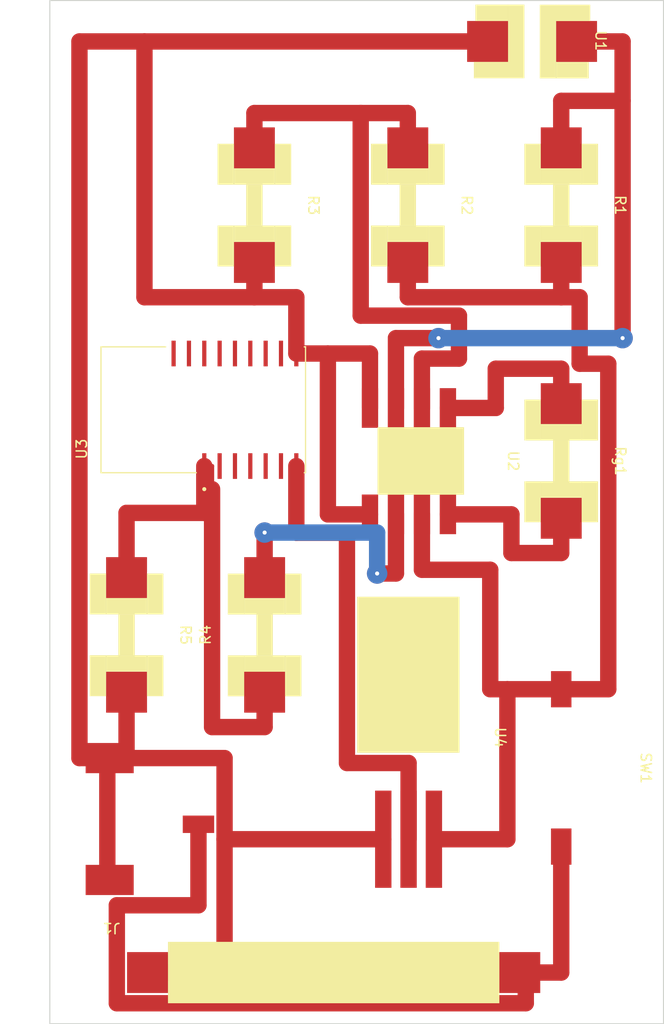
<source format=kicad_pcb>
(kicad_pcb (version 20211014) (generator pcbnew)
  (layers (0 "F.Cu" signal) (31 "B.Cu" signal) (34 "B.Paste" user) (35 "F.Paste" user) (36 "B.SilkS" user "B.Silkscreen") (37 "F.SilkS" user "F.Silkscreen") (38 "B.Mask" user) (39 "F.Mask" user) (44 "Edge.Cuts" user))
  (net 0 "")
  (net 1 "Net-(BT1-Pad1)")
  (net 2 "Net-(BT1-Pad2)")
  (net 3 "Net-(R1-Pad1)")
  (net 4 "Net-(R1-Pad2)")
  (net 5 "Net-(R2-Pad1)")
  (net 6 "Net-(R4-Pad1)")
  (net 7 "Net-(R4-Pad2)")
  (net 8 "Net-(Rg1-Pad1)")
  (net 9 "Net-(Rg1-Pad2)")
  (net 10 "Net-(U3-Pad7)")
  (footprint "wave_gen" (layer "F.Cu") (at 47.15 -96 -90)
    (fp_text reference "U1" (at -0.08 -6.71 -90 unlocked) (layer "F.SilkS"))
    (fp_text value "for_thing")
    (fp_rect (start 3.61 -0.75) (end -3.59 -2.35) (layer "F.SilkS") (width 0.0001) (fill solid))
    (fp_rect (start -3.59 -2.34) (end -1.99 -5.69) (layer "F.SilkS") (width 0.0001) (fill solid))
    (fp_rect (start -2 2.35) (end -3.6 5.54) (layer "F.SilkS") (width 0.0001) (fill solid))
    (fp_rect (start -3.6 0.75) (end 3.6 2.35) (layer "F.SilkS") (width 0.0001) (fill solid))
    (fp_rect (start 2.01 -2.35) (end 3.61 -5.54) (layer "F.SilkS") (width 0.0001) (fill solid))
    (fp_rect (start 3.6 2.34) (end 2 5.69) (layer "F.SilkS") (width 0.0001) (fill solid))
    (pad "1" smd rect (at 0 4.35 270) (size 4 4) (layers "F.Cu" "F.Paste" "F.Mask") (net 2 "Net-(BT1-Pad2)"))
    (pad "2" smd rect (at 0 -4.35 90) (size 4 4) (layers "F.Cu" "F.Paste" "F.Mask") (net 3 "Net-(R1-Pad1)"))
  )
  (footprint "switch" (layer "F.Cu") (at 50 -25 -90)
    (fp_text reference "SW1" (at 0.02 -8.28 -90 unlocked) (layer "F.SilkS"))
    (fp_text value "switch")
    (fp_rect (start -5.95 4.1) (end 5.95 -4.1) (layer "F.SilkS") (width 0.001) (fill none))
    (pad "1" smd rect (at -7.69 0 270) (size 3.54 2) (layers "F.Cu" "F.Paste" "F.Mask") (net 4 "Net-(R1-Pad2)"))
    (pad "2" smd rect (at 7.69 0 270) (size 3.54 2) (layers "F.Cu" "F.Paste" "F.Mask") (net 1 "Net-(BT1-Pad1)"))
  )
  (footprint "TPU" (layer "F.Cu") (at 21 -38 90)
    (fp_text reference "R4" (at 0 -5.78 90 unlocked) (layer "F.SilkS"))
    (fp_text value "TPU")
    (fp_rect (start -2 -0.8) (end 2 0.8) (layer "F.SilkS") (width 0.0001) (fill solid))
    (fp_rect (start -3.6 -2) (end -2 2) (layer "F.SilkS") (width 0.0001) (fill solid))
    (fp_rect (start -6 2) (end -2 3.6) (layer "F.SilkS") (width 0.0001) (fill solid))
    (fp_rect (start 1.99 -3.6) (end 5.99 -2) (layer "F.SilkS") (width 0.0001) (fill solid))
    (fp_rect (start 1.99 -2) (end 3.59 2) (layer "F.SilkS") (width 0.0001) (fill solid))
    (fp_rect (start -6 -3.6) (end -2 -2) (layer "F.SilkS") (width 0.0001) (fill solid))
    (fp_rect (start 1.99 2) (end 5.99 3.6) (layer "F.SilkS") (width 0.0001) (fill solid))
    (pad "1" smd rect (at -5.6 0 90) (size 4 4) (layers "F.Cu" "F.Paste" "F.Mask") (net 6 "Net-(R4-Pad1)"))
    (pad "2" smd rect (at 5.6 0 90) (size 4 4) (layers "F.Cu" "F.Paste" "F.Mask") (net 7 "Net-(R4-Pad2)"))
  )
  (footprint "TPU" (layer "F.Cu") (at 50 -55 -90)
    (fp_text reference "Rg1" (at 0 -5.78 -90 unlocked) (layer "F.SilkS"))
    (fp_text value "TPU")
    (fp_rect (start 1.99 -3.6) (end 5.99 -2) (layer "F.SilkS") (width 0.0001) (fill solid))
    (fp_rect (start -6 -3.6) (end -2 -2) (layer "F.SilkS") (width 0.0001) (fill solid))
    (fp_rect (start -6 2) (end -2 3.6) (layer "F.SilkS") (width 0.0001) (fill solid))
    (fp_rect (start 1.99 -2) (end 3.59 2) (layer "F.SilkS") (width 0.0001) (fill solid))
    (fp_rect (start -2 -0.8) (end 2 0.8) (layer "F.SilkS") (width 0.0001) (fill solid))
    (fp_rect (start -3.6 -2) (end -2 2) (layer "F.SilkS") (width 0.0001) (fill solid))
    (fp_rect (start 1.99 2) (end 5.99 3.6) (layer "F.SilkS") (width 0.0001) (fill solid))
    (pad "1" smd rect (at -5.6 0 270) (size 4 4) (layers "F.Cu" "F.Paste" "F.Mask") (net 8 "Net-(Rg1-Pad1)"))
    (pad "2" smd rect (at 5.6 0 270) (size 4 4) (layers "F.Cu" "F.Paste" "F.Mask") (net 9 "Net-(Rg1-Pad2)"))
  )
  (footprint "TPU" (layer "F.Cu") (at 20 -80 -90)
    (fp_text reference "R3" (at 0 -5.78 -90 unlocked) (layer "F.SilkS"))
    (fp_text value "TPU")
    (fp_rect (start 1.99 -2) (end 3.59 2) (layer "F.SilkS") (width 0.0001) (fill solid))
    (fp_rect (start 1.99 2) (end 5.99 3.6) (layer "F.SilkS") (width 0.0001) (fill solid))
    (fp_rect (start -3.6 -2) (end -2 2) (layer "F.SilkS") (width 0.0001) (fill solid))
    (fp_rect (start 1.99 -3.6) (end 5.99 -2) (layer "F.SilkS") (width 0.0001) (fill solid))
    (fp_rect (start -6 2) (end -2 3.6) (layer "F.SilkS") (width 0.0001) (fill solid))
    (fp_rect (start -2 -0.8) (end 2 0.8) (layer "F.SilkS") (width 0.0001) (fill solid))
    (fp_rect (start -6 -3.6) (end -2 -2) (layer "F.SilkS") (width 0.0001) (fill solid))
    (pad "1" smd rect (at -5.6 0 270) (size 4 4) (layers "F.Cu" "F.Paste" "F.Mask") (net 5 "Net-(R2-Pad1)"))
    (pad "2" smd rect (at 5.6 0 270) (size 4 4) (layers "F.Cu" "F.Paste" "F.Mask") (net 2 "Net-(BT1-Pad2)"))
  )
  (footprint "TPU" (layer "F.Cu") (at 35 -80 -90)
    (fp_text reference "R2" (at 0 -5.78 -90 unlocked) (layer "F.SilkS"))
    (fp_text value "TPU")
    (fp_rect (start -6 -3.6) (end -2 -2) (layer "F.SilkS") (width 0.0001) (fill solid))
    (fp_rect (start 1.99 2) (end 5.99 3.6) (layer "F.SilkS") (width 0.0001) (fill solid))
    (fp_rect (start -2 -0.8) (end 2 0.8) (layer "F.SilkS") (width 0.0001) (fill solid))
    (fp_rect (start -6 2) (end -2 3.6) (layer "F.SilkS") (width 0.0001) (fill solid))
    (fp_rect (start 1.99 -3.6) (end 5.99 -2) (layer "F.SilkS") (width 0.0001) (fill solid))
    (fp_rect (start -3.6 -2) (end -2 2) (layer "F.SilkS") (width 0.0001) (fill solid))
    (fp_rect (start 1.99 -2) (end 3.59 2) (layer "F.SilkS") (width 0.0001) (fill solid))
    (pad "1" smd rect (at -5.6 0 270) (size 4 4) (layers "F.Cu" "F.Paste" "F.Mask") (net 5 "Net-(R2-Pad1)"))
    (pad "2" smd rect (at 5.6 0 270) (size 4 4) (layers "F.Cu" "F.Paste" "F.Mask") (net 4 "Net-(R1-Pad2)"))
  )
  (footprint "charge_port" (layer "F.Cu") (at 6 -20 180)
    (fp_text reference "J1" (at -0.04 -10.66 180 unlocked) (layer "F.SilkS"))
    (fp_text value "charge_port")
    (fp_rect (start -7 -4.48) (end 7 4.48) (layer "F.SilkS") (width 0.0001) (fill none))
    (pad "1" smd rect (at -8.53 -0.51) (size 3.07 1.7) (layers "F.Cu" "F.Paste" "F.Mask") (net 1 "Net-(BT1-Pad1)"))
    (pad "2" smd rect (at 0.15 5.96) (size 4.7 2.95) (layers "F.Cu" "F.Paste" "F.Mask") (net 2 "Net-(BT1-Pad2)"))
    (pad "3" smd rect (at 0.15 -5.95) (size 4.7 2.95) (layers "F.Cu" "F.Paste" "F.Mask") (net 2 "Net-(BT1-Pad2)"))
  )
  (footprint "TPU" (layer "F.Cu") (at 50 -80 -90)
    (fp_text reference "R1" (at 0 -5.78 -90 unlocked) (layer "F.SilkS"))
    (fp_text value "TPU")
    (fp_rect (start 1.99 -3.6) (end 5.99 -2) (layer "F.SilkS") (width 0.0001) (fill solid))
    (fp_rect (start -6 2) (end -2 3.6) (layer "F.SilkS") (width 0.0001) (fill solid))
    (fp_rect (start 1.99 2) (end 5.99 3.6) (layer "F.SilkS") (width 0.0001) (fill solid))
    (fp_rect (start -2 -0.8) (end 2 0.8) (layer "F.SilkS") (width 0.0001) (fill solid))
    (fp_rect (start 1.99 -2) (end 3.59 2) (layer "F.SilkS") (width 0.0001) (fill solid))
    (fp_rect (start -6 -3.6) (end -2 -2) (layer "F.SilkS") (width 0.0001) (fill solid))
    (fp_rect (start -3.6 -2) (end -2 2) (layer "F.SilkS") (width 0.0001) (fill solid))
    (pad "1" smd rect (at -5.6 0 270) (size 4 4) (layers "F.Cu" "F.Paste" "F.Mask") (net 3 "Net-(R1-Pad1)"))
    (pad "2" smd rect (at 5.6 0 270) (size 4 4) (layers "F.Cu" "F.Paste" "F.Mask") (net 4 "Net-(R1-Pad2)"))
  )
  (footprint "custom_lf356" (layer "F.Cu") (at 35 -55 -90)
    (fp_text reference "U2" (at 0 -10.31 -90 unlocked) (layer "F.SilkS"))
    (fp_text value "dummy_lf356")
    (fp_rect (start -3.3 -5.5) (end 3.3 2.96) (layer "F.SilkS") (width 0.0001) (fill solid))
    (pad "1" smd rect (at -5.1775 -3.92 270) (size 3.875 1.6) (layers "F.Cu" "F.Paste" "F.Mask") (net 8 "Net-(Rg1-Pad1)"))
    (pad "2" smd rect (at -5.1775 -1.38 270) (size 3.875 1.6) (layers "F.Cu" "F.Paste" "F.Mask") (net 5 "Net-(R2-Pad1)"))
    (pad "3" smd rect (at -5.1775 1.16 270) (size 3.875 1.6) (layers "F.Cu" "F.Paste" "F.Mask") (net 3 "Net-(R1-Pad1)"))
    (pad "4" smd rect (at -5.1775 3.7 270) (size 3.875 1.6) (layers "F.Cu" "F.Paste" "F.Mask") (net 2 "Net-(BT1-Pad2)"))
    (pad "5" smd rect (at 5.22 3.7 270) (size 3.875 1.6) (layers "F.Cu" "F.Paste" "F.Mask") (net 2 "Net-(BT1-Pad2)"))
    (pad "6" smd rect (at 5.22 1.16 270) (size 3.875 1.6) (layers "F.Cu" "F.Paste" "F.Mask") (net 7 "Net-(R4-Pad2)"))
    (pad "7" smd rect (at 5.22 -1.38 270) (size 3.875 1.6) (layers "F.Cu" "F.Paste" "F.Mask") (net 4 "Net-(R1-Pad2)"))
    (pad "8" smd rect (at 5.22 -3.92 270) (size 3.875 1.6) (layers "F.Cu" "F.Paste" "F.Mask") (net 9 "Net-(Rg1-Pad2)"))
  )
  (footprint "MODULE_ESP-M2" (layer "F.Cu") (at 15 -60 90)
    (fp_text reference "U3" (at -3.83 -11.885 90) (layer "F.SilkS"))
    (fp_text value "MODULE_ESP-M2")
    (fp_line (start 6.15 -3.675) (end 6.15 -10) (layer "F.SilkS") (width 0.127))
    (fp_line (start 6.15 10) (end 6.15 9.875) (layer "F.SilkS") (width 0.127))
    (fp_line (start 6.15 -10) (end -6.15 -10) (layer "F.SilkS") (width 0.127))
    (fp_line (start -6.15 10) (end -6.15 9.875) (layer "F.SilkS") (width 0.127))
    (fp_line (start -6.15 10) (end 6.15 10) (layer "F.SilkS") (width 0.127))
    (fp_line (start -6.15 -10) (end -6.15 -0.675) (layer "F.SilkS") (width 0.127))
    (fp_circle (center -7.755 0.1) (end -7.655 0.1) (layer "F.SilkS") (width 0.2) (fill none))
    (pad "1" smd rect (at -5.5 0.1 90) (size 2.51 0.41) (layers "F.Cu" "F.Paste" "F.Mask") (net 6 "Net-(R4-Pad1)"))
    (pad "2" smd rect (at -5.5 1.6 90) (size 2.51 0.41) (layers "F.Cu" "F.Paste" "F.Mask"))
    (pad "3" smd rect (at -5.5 3.1 90) (size 2.51 0.41) (layers "F.Cu" "F.Paste" "F.Mask"))
    (pad "4" smd rect (at -5.5 4.6 90) (size 2.51 0.41) (layers "F.Cu" "F.Paste" "F.Mask"))
    (pad "5" smd rect (at -5.5 6.1 90) (size 2.51 0.41) (layers "F.Cu" "F.Paste" "F.Mask"))
    (pad "6" smd rect (at -5.5 7.6 90) (size 2.51 0.41) (layers "F.Cu" "F.Paste" "F.Mask"))
    (pad "7" smd rect (at -5.5 9.1 90) (size 2.51 0.41) (layers "F.Cu" "F.Paste" "F.Mask") (net 10 "Net-(U3-Pad7)"))
    (pad "8" smd rect (at 5.5 9.1 90) (size 2.51 0.41) (layers "F.Cu" "F.Paste" "F.Mask") (net 2 "Net-(BT1-Pad2)"))
    (pad "9" smd rect (at 5.5 7.6 90) (size 2.51 0.41) (layers "F.Cu" "F.Paste" "F.Mask"))
    (pad "10" smd rect (at 5.5 6.1 90) (size 2.51 0.41) (layers "F.Cu" "F.Paste" "F.Mask"))
    (pad "11" smd rect (at 5.5 4.6 90) (size 2.51 0.41) (layers "F.Cu" "F.Paste" "F.Mask"))
    (pad "12" smd rect (at 5.5 3.1 90) (size 2.51 0.41) (layers "F.Cu" "F.Paste" "F.Mask"))
    (pad "13" smd rect (at 5.5 1.6 90) (size 2.51 0.41) (layers "F.Cu" "F.Paste" "F.Mask"))
    (pad "14" smd rect (at 5.5 0.1 90) (size 2.51 0.41) (layers "F.Cu" "F.Paste" "F.Mask"))
    (pad "15" smd rect (at 5.5 -1.4 90) (size 2.51 0.41) (layers "F.Cu" "F.Paste" "F.Mask"))
    (pad "16" smd rect (at 5.5 -2.9 90) (size 2.51 0.41) (layers "F.Cu" "F.Paste" "F.Mask"))
  )
  (footprint "Battery" (layer "F.Cu") (at 27.75 -5 90)
    (fp_text reference "BT1" (at -0.08 -5.9 90 unlocked) (layer "F.SilkS"))
    (fp_text value "Battery")
    (fp_rect (start -3 -16.2) (end 3 16.2) (layer "F.SilkS") (width 0.001) (fill solid))
    (pad "1" smd rect (at 0 18.2 90) (size 4 4) (layers "F.Cu" "F.Paste" "F.Mask") (net 1 "Net-(BT1-Pad1)"))
    (pad "2" smd rect (at 0 -18.2 90) (size 4 4) (layers "F.Cu" "F.Paste" "F.Mask") (net 2 "Net-(BT1-Pad2)"))
  )
  (footprint "TPU" (layer "F.Cu") (at 7.5 -38 -90)
    (fp_text reference "R5" (at 0 -5.78 -90 unlocked) (layer "F.SilkS"))
    (fp_text value "TPU")
    (fp_rect (start 1.99 -2) (end 3.59 2) (layer "F.SilkS") (width 0.0001) (fill solid))
    (fp_rect (start 1.99 -3.6) (end 5.99 -2) (layer "F.SilkS") (width 0.0001) (fill solid))
    (fp_rect (start -6 -3.6) (end -2 -2) (layer "F.SilkS") (width 0.0001) (fill solid))
    (fp_rect (start 1.99 2) (end 5.99 3.6) (layer "F.SilkS") (width 0.0001) (fill solid))
    (fp_rect (start -3.6 -2) (end -2 2) (layer "F.SilkS") (width 0.0001) (fill solid))
    (fp_rect (start -6 2) (end -2 3.6) (layer "F.SilkS") (width 0.0001) (fill solid))
    (fp_rect (start -2 -0.8) (end 2 0.8) (layer "F.SilkS") (width 0.0001) (fill solid))
    (pad "1" smd rect (at -5.6 0 270) (size 4 4) (layers "F.Cu" "F.Paste" "F.Mask") (net 6 "Net-(R4-Pad1)"))
    (pad "2" smd rect (at 5.6 0 270) (size 4 4) (layers "F.Cu" "F.Paste" "F.Mask") (net 2 "Net-(BT1-Pad2)"))
  )
  (footprint "voltage_regulator" (layer "F.Cu") (at 35 -28 -90)
    (fp_text reference "U4" (at 0.02 -9.03 -90 unlocked) (layer "F.SilkS"))
    (fp_text value "voltage_regulator")
    (fp_rect (start -13.73 -5.05) (end 1.52 4.95) (layer "F.SilkS") (width 0.0001) (fill solid))
    (pad "1" smd rect (at 9.97 2.4 270) (size 9.5 1.6) (layers "F.Cu" "F.Paste" "F.Mask") (net 2 "Net-(BT1-Pad2)"))
    (pad "2" smd rect (at 9.97 -0.075 270) (size 9.5 1.6) (layers "F.Cu" "F.Paste" "F.Mask") (net 10 "Net-(U3-Pad7)"))
    (pad "3" smd rect (at 9.97 -2.55 270) (size 9.5 1.6) (layers "F.Cu" "F.Paste" "F.Mask") (net 4 "Net-(R1-Pad2)"))
  )
  (gr_rect (start 0 0) (end 60 -100) (layer "Edge.Cuts") (width 0.1) (fill none))
  (segment (start 46.5352 -1.9998) (end 46.5352 -5) (width 1.6) (layer "F.Cu") (net 1))
  (segment (start 6.5498 -1.9998) (end 46.5352 -1.9998) (width 1.6) (layer "F.Cu") (net 1))
  (segment (start 50 -17.31) (end 50 -5) (width 1.6) (layer "F.Cu") (net 1))
  (segment (start 46.5352 -5) (end 45.95 -5) (width 1.6) (layer "F.Cu") (net 1))
  (segment (start 6.5498 -11.5748) (end 6.5498 -1.9998) (width 1.6) (layer "F.Cu") (net 1))
  (segment (start 14.53 -11.5748) (end 6.5498 -11.5748) (width 1.6) (layer "F.Cu") (net 1))
  (segment (start 50 -5) (end 46.5352 -5) (width 1.6) (layer "F.Cu") (net 1))
  (segment (start 14.53 -19.49) (end 14.53 -11.5748) (width 1.6) (layer "F.Cu") (net 1))
  (segment (start 7.5 -32.4) (end 7.5 -25.96) (width 1.6) (layer "F.Cu") (net 2))
  (segment (start 7.5 -25.96) (end 5.85 -25.96) (width 1.6) (layer "F.Cu") (net 2))
  (segment (start 27.185 -65.5) (end 24.1 -65.5) (width 1.6) (layer "F.Cu") (net 2))
  (segment (start 9.2498 -70.9998) (end 20 -70.9998) (width 1.6) (layer "F.Cu") (net 2))
  (segment (start 31.3 -60.1775) (end 31.3 -65.5) (width 1.6) (layer "F.Cu") (net 2))
  (segment (start 24.1 -70.9998) (end 20 -70.9998) (width 1.6) (layer "F.Cu") (net 2))
  (segment (start 9.2498 -96) (end 9.2498 -70.9998) (width 1.6) (layer "F.Cu") (net 2))
  (segment (start 31.3 -65.5) (end 27.185 -65.5) (width 1.6) (layer "F.Cu") (net 2))
  (segment (start 5.85 -25.96) (end 5.6198 -25.96) (width 1.6) (layer "F.Cu") (net 2))
  (segment (start 5.6198 -14.05) (end 5.85 -14.05) (width 1.6) (layer "F.Cu") (net 2))
  (segment (start 17.0821 -5) (end 17.0821 -18.03) (width 1.6) (layer "F.Cu") (net 2))
  (segment (start 17.0821 -18.03) (end 32.6 -18.03) (width 1.6) (layer "F.Cu") (net 2))
  (segment (start 2.8943 -96) (end 9.2498 -96) (width 1.6) (layer "F.Cu") (net 2))
  (segment (start 24.1 -65.5) (end 24.1 -70.9998) (width 1.6) (layer "F.Cu") (net 2))
  (segment (start 17.0821 -18.03) (end 17.0821 -25.96) (width 1.6) (layer "F.Cu") (net 2))
  (segment (start 20 -70.9998) (end 20 -74.4) (width 1.6) (layer "F.Cu") (net 2))
  (segment (start 5.6198 -25.96) (end 2.8943 -25.96) (width 1.6) (layer "F.Cu") (net 2))
  (segment (start 9.2498 -96) (end 42.8 -96) (width 1.6) (layer "F.Cu") (net 2))
  (segment (start 27.185 -49.78) (end 31.3 -49.78) (width 1.6) (layer "F.Cu") (net 2))
  (segment (start 2.8943 -25.96) (end 2.8943 -96) (width 1.6) (layer "F.Cu") (net 2))
  (segment (start 17.0821 -25.96) (end 7.5 -25.96) (width 1.6) (layer "F.Cu") (net 2))
  (segment (start 5.6198 -25.96) (end 5.6198 -14.05) (width 1.6) (layer "F.Cu") (net 2))
  (segment (start 9.55 -5) (end 17.0821 -5) (width 1.6) (layer "F.Cu") (net 2))
  (segment (start 27.185 -65.5) (end 27.185 -49.78) (width 1.6) (layer "F.Cu") (net 2))
  (segment (start 56 -90.195) (end 56 -96) (width 1.6) (layer "F.Cu") (net 3))
  (segment (start 56 -90.195) (end 50 -90.195) (width 1.6) (layer "F.Cu") (net 3))
  (segment (start 38 -67.004) (end 33.84 -67.004) (width 1.6) (layer "F.Cu") (net 3))
  (segment (start 33.84 -67.004) (end 33.84 -60.1775) (width 1.6) (layer "F.Cu") (net 3))
  (segment (start 50 -90.195) (end 50 -85.6) (width 1.6) (layer "F.Cu") (net 3))
  (segment (start 56 -67.004) (end 56 -90.195) (width 1.6) (layer "F.Cu") (net 3))
  (segment (start 56 -96) (end 51.5 -96) (width 1.6) (layer "F.Cu") (net 3))
  (via (at 38 -67.004) (size 2) (drill 0.4) (layers "F.Cu" "B.Cu") (net 3))
  (via (at 56 -67.004) (size 2) (drill 0.4) (layers "F.Cu" "B.Cu") (net 3))
  (segment (start 56 -67.004) (end 38 -67.004) (width 1.6) (layer "B.Cu") (net 3))
  (segment (start 44.735 -18.03) (end 44.735 -32.69) (width 1.6) (layer "F.Cu") (net 4))
  (segment (start 50 -70.9998) (end 35 -70.9998) (width 1.6) (layer "F.Cu") (net 4))
  (segment (start 50 -74.4) (end 50 -70.9998) (width 1.6) (layer "F.Cu") (net 4))
  (segment (start 43.06 -44.365) (end 43.06 -32.69) (width 1.6) (layer "F.Cu") (net 4))
  (segment (start 51.8002 -64.502) (end 54.6002 -64.502) (width 1.6) (layer "F.Cu") (net 4))
  (segment (start 44.735 -32.69) (end 50 -32.69) (width 1.6) (layer "F.Cu") (net 4))
  (segment (start 36.38 -44.365) (end 43.06 -44.365) (width 1.6) (layer "F.Cu") (net 4))
  (segment (start 37.55 -18.03) (end 44.735 -18.03) (width 1.6) (layer "F.Cu") (net 4))
  (segment (start 35 -70.9998) (end 35 -74.4) (width 1.6) (layer "F.Cu") (net 4))
  (segment (start 36.38 -49.78) (end 36.38 -44.365) (width 1.6) (layer "F.Cu") (net 4))
  (segment (start 54.6002 -64.502) (end 54.6002 -32.69) (width 1.6) (layer "F.Cu") (net 4))
  (segment (start 54.6002 -32.69) (end 50 -32.69) (width 1.6) (layer "F.Cu") (net 4))
  (segment (start 43.06 -32.69) (end 44.735 -32.69) (width 1.6) (layer "F.Cu") (net 4))
  (segment (start 50 -70.9998) (end 51.8002 -70.9998) (width 1.6) (layer "F.Cu") (net 4))
  (segment (start 51.8002 -70.9998) (end 51.8002 -64.502) (width 1.6) (layer "F.Cu") (net 4))
  (segment (start 20 -89.0002) (end 20 -85.6) (width 1.6) (layer "F.Cu") (net 5))
  (segment (start 30.3952 -89.0002) (end 20 -89.0002) (width 1.6) (layer "F.Cu") (net 5))
  (segment (start 40.0002 -69.1996) (end 40.0002 -65.0038) (width 1.6) (layer "F.Cu") (net 5))
  (segment (start 36.38 -65.0038) (end 36.38 -60.1775) (width 1.6) (layer "F.Cu") (net 5))
  (segment (start 40.0002 -65.0038) (end 36.38 -65.0038) (width 1.6) (layer "F.Cu") (net 5))
  (segment (start 30.3952 -69.1996) (end 40.0002 -69.1996) (width 1.6) (layer "F.Cu") (net 5))
  (segment (start 35 -89.0002) (end 30.3952 -89.0002) (width 1.6) (layer "F.Cu") (net 5))
  (segment (start 30.3952 -89.0002) (end 30.3952 -69.1996) (width 1.6) (layer "F.Cu") (net 5))
  (segment (start 35 -85.6) (end 35 -89.0002) (width 1.6) (layer "F.Cu") (net 5))
  (segment (start 7.5 -49.925) (end 15.1 -49.925) (width 1.6) (layer "F.Cu") (net 6))
  (segment (start 21 -32.4) (end 21 -28.9903) (width 1.6) (layer "F.Cu") (net 6))
  (segment (start 7.5 -43.6) (end 7.5 -49.925) (width 1.6) (layer "F.Cu") (net 6))
  (segment (start 15.8626 -52.2447) (end 15.8626 -54.5) (width 0.4098) (layer "F.Cu") (net 6))
  (segment (start 15.8626 -54.5) (end 15.1 -54.5) (width 0.4098) (layer "F.Cu") (net 6))
  (segment (start 15.8626 -28.9903) (end 15.8626 -52.2447) (width 1.6) (layer "F.Cu") (net 6))
  (segment (start 21 -28.9903) (end 15.8626 -28.9903) (width 1.6) (layer "F.Cu") (net 6))
  (segment (start 15.1 -49.925) (end 15.1 -54.5) (width 1.6) (layer "F.Cu") (net 6))
  (segment (start 33.84 -44) (end 33.84 -49.78) (width 1.6) (layer "F.Cu") (net 7))
  (segment (start 32 -44) (end 33.84 -44) (width 1.6) (layer "F.Cu") (net 7))
  (segment (start 21 -48) (end 21 -43.6) (width 1.6) (layer "F.Cu") (net 7))
  (via (at 21 -48) (size 2) (drill 0.4) (layers "F.Cu" "B.Cu") (net 7))
  (via (at 32 -44) (size 2) (drill 0.4) (layers "F.Cu" "B.Cu") (net 7))
  (segment (start 21 -48) (end 32 -48) (width 1.6) (layer "B.Cu") (net 7))
  (segment (start 32 -48) (end 32 -44) (width 1.6) (layer "B.Cu") (net 7))
  (segment (start 43.5996 -60.1775) (end 38.92 -60.1775) (width 1.6) (layer "F.Cu") (net 8))
  (segment (start 50 -60.6) (end 50 -64.0143) (width 1.6) (layer "F.Cu") (net 8))
  (segment (start 50 -64.0143) (end 43.5996 -64.0143) (width 1.6) (layer "F.Cu") (net 8))
  (segment (start 43.5996 -64.0143) (end 43.5996 -60.1775) (width 1.6) (layer "F.Cu") (net 8))
  (segment (start 38.92 -49.78) (end 45.13 -49.78) (width 1.6) (layer "F.Cu") (net 9))
  (segment (start 45.13 -49.78) (end 45.13 -45.9995) (width 1.6) (layer "F.Cu") (net 9))
  (segment (start 45.13 -45.9995) (end 50 -45.9995) (width 1.6) (layer "F.Cu") (net 9))
  (segment (start 50 -45.9995) (end 50 -49.4) (width 1.6) (layer "F.Cu") (net 9))
  (segment (start 24.1 -47.9797) (end 29.0498 -47.9797) (width 1.6) (layer "F.Cu") (net 10))
  (segment (start 29.0498 -25.4798) (end 35.075 -25.4798) (width 1.6) (layer "F.Cu") (net 10))
  (segment (start 24.1 -54.5) (end 24.1 -47.9797) (width 1.6) (layer "F.Cu") (net 10))
  (segment (start 29.0498 -47.9797) (end 29.0498 -25.4798) (width 1.6) (layer "F.Cu") (net 10))
  (segment (start 35.075 -25.4798) (end 35.075 -18.03) (width 1.6) (layer "F.Cu") (net 10))
)
</source>
